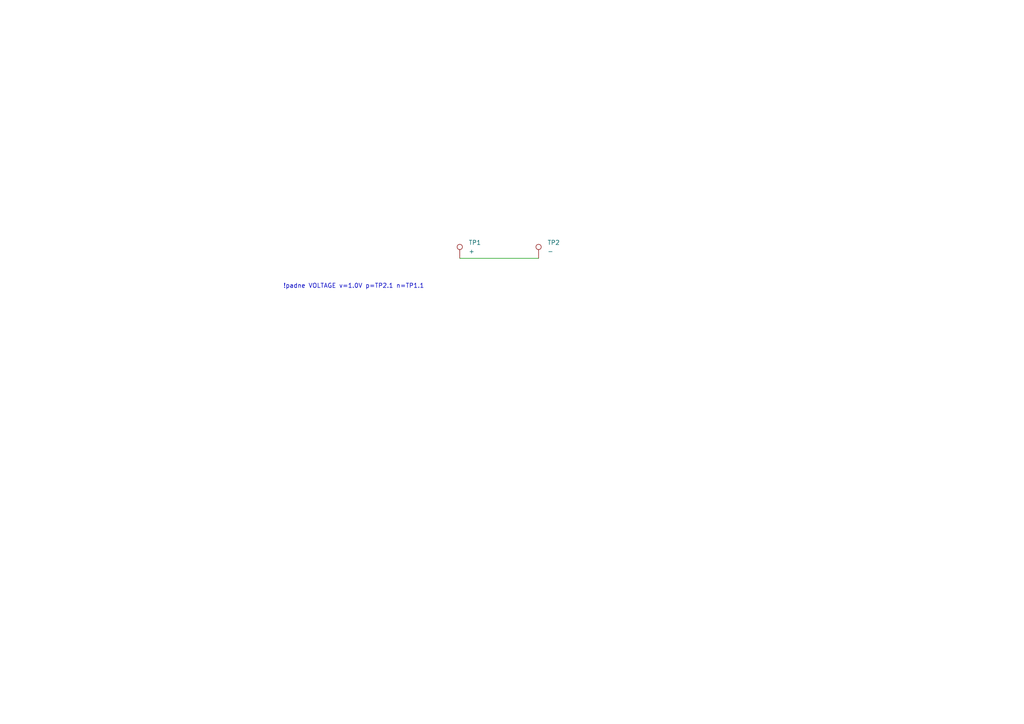
<source format=kicad_sch>
(kicad_sch (version 20231120) (generator "eeschema") (generator_version "8.0")
  (paper "A4")
  (lib_symbols
    (symbol "Connector:TestPoint" (pin_numbers hide) (pin_names (offset 0.762) hide)
      (property "Reference" "TP" (at 0 6.858 0))
      (property "Value" "TestPoint" (at 0 5.08 0))
      (symbol "TestPoint_0_1"
        (circle (center 0 3.302) (radius 0.762))
      )
      (symbol "TestPoint_1_1"
        (pin passive line (at 0 0 90) (length 2.54) (name "1") (number "1"))
      )
    )
  )
  (wire (pts (xy 133.35 74.93) (xy 156.21 74.93)))
  (text "!padne VOLTAGE v=1.0V p=TP2.1 n=TP1.1" (at 102.616 83.058 0) (effects (font (size 1.27 1.27))))
  (symbol (lib_id "Connector:TestPoint") (at 133.35 74.93 0) (unit 1)
    (property "Reference" "TP1" (at 135.89 70.3579 0) (effects (justify left)))
    (property "Value" "+" (at 135.89 72.8979 0) (effects (justify left)))
    (property "Footprint" "TestPoint:TestPoint_Pad_D2.0mm" (effects (hide yes)))
    (property "Description" "test point" (effects (hide yes)))
  )
  (symbol (lib_id "Connector:TestPoint") (at 156.21 74.93 0) (unit 1)
    (property "Reference" "TP2" (at 158.75 70.3579 0) (effects (justify left)))
    (property "Value" "-" (at 158.75 72.8979 0) (effects (justify left)))
    (property "Footprint" "TestPoint:TestPoint_Pad_D2.0mm" (effects (hide yes)))
    (property "Description" "test point" (effects (hide yes)))
  )
)
</source>
